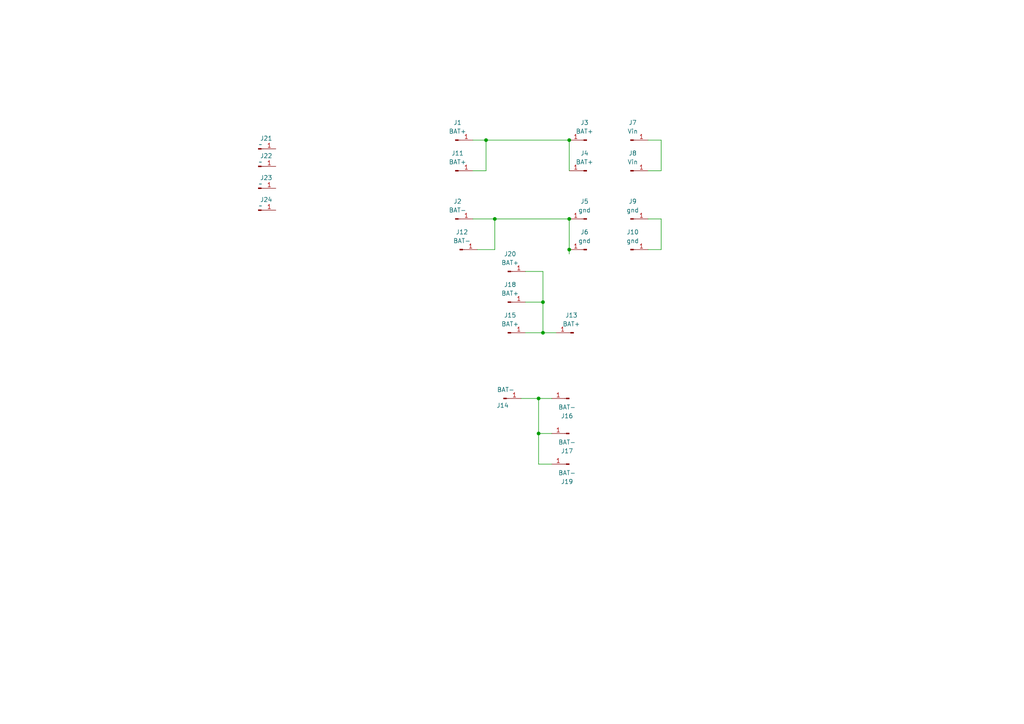
<source format=kicad_sch>
(kicad_sch (version 20250114) (generator "eeschema") (generator_version "9.0")
  (paper "A4")
  (lib_symbols
    (symbol "Connector:Conn_01x01_Pin" (pin_names (offset 1.016) (hide yes))
      (property "Reference" "J" (at 0 2.54 0))
      (property "Value" "Conn_01x01_Pin" (at 0 -2.54 0))
      (symbol "Conn_01x01_Pin_1_1"
        (rectangle (start 0.8636 0.127) (end 0 -0.127) (stroke (width 0.1524)) (fill (type outline)))
        (polyline (pts (xy 1.27 0) (xy 0.8636 0)) (stroke (width 0.1524)))
        (pin passive line (at 5.08 0 180) (length 3.81) (name "Pin_1") (number "1"))
      )
    )
  )
  (junction (at 156.21 115.57))
  (junction (at 165.1 40.64))
  (junction (at 165.1 72.39))
  (junction (at 157.48 87.63))
  (junction (at 143.51 63.5))
  (junction (at 157.48 96.52))
  (junction (at 156.21 125.73))
  (junction (at 165.1 63.5))
  (junction (at 140.97 40.64))
  (wire (pts (xy 138.43 72.39) (xy 143.51 72.39)))
  (wire (pts (xy 187.96 40.64) (xy 191.77 40.64)))
  (wire (pts (xy 152.4 87.63) (xy 157.48 87.63)))
  (wire (pts (xy 140.97 40.64) (xy 165.1 40.64)))
  (wire (pts (xy 191.77 40.64) (xy 191.77 49.53)))
  (wire (pts (xy 137.16 49.53) (xy 140.97 49.53)))
  (wire (pts (xy 143.51 63.5) (xy 165.1 63.5)))
  (wire (pts (xy 187.96 63.5) (xy 191.77 63.5)))
  (wire (pts (xy 156.21 125.73) (xy 156.21 115.57)))
  (wire (pts (xy 187.96 49.53) (xy 191.77 49.53)))
  (wire (pts (xy 143.51 72.39) (xy 143.51 63.5)))
  (wire (pts (xy 140.97 49.53) (xy 140.97 40.64)))
  (wire (pts (xy 165.1 63.5) (xy 165.1 72.39)))
  (wire (pts (xy 165.1 72.39) (xy 165.1 73.66)))
  (wire (pts (xy 165.1 40.64) (xy 165.1 49.53)))
  (wire (pts (xy 157.48 78.74) (xy 157.48 87.63)))
  (wire (pts (xy 157.48 87.63) (xy 157.48 96.52)))
  (wire (pts (xy 152.4 96.52) (xy 157.48 96.52)))
  (wire (pts (xy 151.13 115.57) (xy 156.21 115.57)))
  (wire (pts (xy 156.21 134.62) (xy 156.21 125.73)))
  (wire (pts (xy 137.16 63.5) (xy 143.51 63.5)))
  (wire (pts (xy 160.02 125.73) (xy 156.21 125.73)))
  (wire (pts (xy 160.02 134.62) (xy 156.21 134.62)))
  (wire (pts (xy 187.96 72.39) (xy 191.77 72.39)))
  (wire (pts (xy 152.4 78.74) (xy 157.48 78.74)))
  (wire (pts (xy 157.48 96.52) (xy 161.29 96.52)))
  (wire (pts (xy 191.77 63.5) (xy 191.77 72.39)))
  (wire (pts (xy 137.16 40.64) (xy 140.97 40.64)))
  (wire (pts (xy 156.21 115.57) (xy 160.02 115.57)))
  (symbol (lib_id "Connector:Conn_01x01_Pin") (at 165.1 115.57 180) (unit 1)
    (property "Reference" "J16" (at 164.465 120.65 0))
    (property "Value" "BAT-" (at 164.465 118.11 0))
    (property "Footprint" "Connector_Wire:SolderWire-0.25sqmm_1x01_D0.65mm_OD1.7mm" (effects (hide yes)))
    (property "Description" "Generic connector, single row, 01x01, script generated" (effects (hide yes)))
  )
  (symbol (lib_id "Connector:Conn_01x01_Pin") (at 170.18 63.5 180) (unit 1)
    (property "Reference" "J5" (at 169.545 58.42 0))
    (property "Value" "gnd" (at 169.545 60.96 0))
    (property "Footprint" "Connector_Wire:SolderWire-0.25sqmm_1x01_D0.65mm_OD1.7mm" (effects (hide yes)))
    (property "Description" "Generic connector, single row, 01x01, script generated" (effects (hide yes)))
  )
  (symbol (lib_id "Connector:Conn_01x01_Pin") (at 74.93 48.26 0) (unit 1)
    (property "Reference" "J22" (at 77.216 45.212 0))
    (property "Value" "~" (at 75.565 46.99 0))
    (property "Footprint" "Connector_Wire:SolderWire-0.25sqmm_1x01_D0.65mm_OD1.7mm" (effects (hide yes)))
    (property "Description" "Generic connector, single row, 01x01, script generated" (effects (hide yes)))
  )
  (symbol (lib_id "Connector:Conn_01x01_Pin") (at 147.32 78.74 0) (unit 1)
    (property "Reference" "J20" (at 147.955 73.66 0))
    (property "Value" "BAT+" (at 147.955 76.2 0))
    (property "Footprint" "Connector_Wire:SolderWire-0.25sqmm_1x01_D0.65mm_OD1.7mm" (effects (hide yes)))
    (property "Description" "Generic connector, single row, 01x01, script generated" (effects (hide yes)))
  )
  (symbol (lib_id "Connector:Conn_01x01_Pin") (at 132.08 40.64 0) (unit 1)
    (property "Reference" "J1" (at 132.715 35.56 0))
    (property "Value" "BAT+" (at 132.715 38.1 0))
    (property "Footprint" "Connector_Wire:SolderWire-0.25sqmm_1x01_D0.65mm_OD1.7mm" (effects (hide yes)))
    (property "Description" "Generic connector, single row, 01x01, script generated" (effects (hide yes)))
  )
  (symbol (lib_id "Connector:Conn_01x01_Pin") (at 166.37 96.52 180) (unit 1)
    (property "Reference" "J13" (at 165.735 91.44 0))
    (property "Value" "BAT+" (at 165.735 93.98 0))
    (property "Footprint" "Connector_Wire:SolderWire-0.25sqmm_1x01_D0.65mm_OD1.7mm" (effects (hide yes)))
    (property "Description" "Generic connector, single row, 01x01, script generated" (effects (hide yes)))
  )
  (symbol (lib_id "Connector:Conn_01x01_Pin") (at 170.18 40.64 180) (unit 1)
    (property "Reference" "J3" (at 169.545 35.56 0))
    (property "Value" "BAT+" (at 169.545 38.1 0))
    (property "Footprint" "Connector_Wire:SolderWire-0.25sqmm_1x01_D0.65mm_OD1.7mm" (effects (hide yes)))
    (property "Description" "Generic connector, single row, 01x01, script generated" (effects (hide yes)))
  )
  (symbol (lib_id "Connector:Conn_01x01_Pin") (at 133.35 72.39 0) (unit 1)
    (property "Reference" "J12" (at 133.985 67.31 0))
    (property "Value" "BAT-" (at 133.985 69.85 0))
    (property "Footprint" "Connector_Wire:SolderWire-0.25sqmm_1x01_D0.65mm_OD1.7mm" (effects (hide yes)))
    (property "Description" "Generic connector, single row, 01x01, script generated" (effects (hide yes)))
  )
  (symbol (lib_id "Connector:Conn_01x01_Pin") (at 170.18 49.53 180) (unit 1)
    (property "Reference" "J4" (at 169.545 44.45 0))
    (property "Value" "BAT+" (at 169.545 46.99 0))
    (property "Footprint" "Connector_Wire:SolderWire-0.25sqmm_1x01_D0.65mm_OD1.7mm" (effects (hide yes)))
    (property "Description" "Generic connector, single row, 01x01, script generated" (effects (hide yes)))
  )
  (symbol (lib_id "Connector:Conn_01x01_Pin") (at 147.32 87.63 0) (unit 1)
    (property "Reference" "J18" (at 147.955 82.55 0))
    (property "Value" "BAT+" (at 147.955 85.09 0))
    (property "Footprint" "Connector_Wire:SolderWire-0.25sqmm_1x01_D0.65mm_OD1.7mm" (effects (hide yes)))
    (property "Description" "Generic connector, single row, 01x01, script generated" (effects (hide yes)))
  )
  (symbol (lib_id "Connector:Conn_01x01_Pin") (at 132.08 63.5 0) (unit 1)
    (property "Reference" "J2" (at 132.715 58.42 0))
    (property "Value" "BAT-" (at 132.715 60.96 0))
    (property "Footprint" "Connector_Wire:SolderWire-0.25sqmm_1x01_D0.65mm_OD1.7mm" (effects (hide yes)))
    (property "Description" "Generic connector, single row, 01x01, script generated" (effects (hide yes)))
  )
  (symbol (lib_id "Connector:Conn_01x01_Pin") (at 132.08 49.53 0) (unit 1)
    (property "Reference" "J11" (at 132.715 44.45 0))
    (property "Value" "BAT+" (at 132.715 46.99 0))
    (property "Footprint" "Connector_Wire:SolderWire-0.25sqmm_1x01_D0.65mm_OD1.7mm" (effects (hide yes)))
    (property "Description" "Generic connector, single row, 01x01, script generated" (effects (hide yes)))
  )
  (symbol (lib_id "Connector:Conn_01x01_Pin") (at 146.05 115.57 0) (unit 1)
    (property "Reference" "J14" (at 145.796 117.602 0))
    (property "Value" "BAT-" (at 146.685 113.03 0))
    (property "Footprint" "Connector_Wire:SolderWire-0.25sqmm_1x01_D0.65mm_OD1.7mm" (effects (hide yes)))
    (property "Description" "Generic connector, single row, 01x01, script generated" (effects (hide yes)))
  )
  (symbol (lib_id "Connector:Conn_01x01_Pin") (at 74.93 54.61 0) (unit 1)
    (property "Reference" "J23" (at 77.216 51.562 0))
    (property "Value" "~" (at 75.565 53.34 0))
    (property "Footprint" "Connector_Wire:SolderWire-0.25sqmm_1x01_D0.65mm_OD1.7mm" (effects (hide yes)))
    (property "Description" "Generic connector, single row, 01x01, script generated" (effects (hide yes)))
  )
  (symbol (lib_id "Connector:Conn_01x01_Pin") (at 182.88 63.5 0) (unit 1)
    (property "Reference" "J9" (at 183.515 58.42 0))
    (property "Value" "gnd" (at 183.515 60.96 0))
    (property "Footprint" "Connector_Wire:SolderWire-0.25sqmm_1x01_D0.65mm_OD1.7mm" (effects (hide yes)))
    (property "Description" "Generic connector, single row, 01x01, script generated" (effects (hide yes)))
  )
  (symbol (lib_id "Connector:Conn_01x01_Pin") (at 170.18 72.39 180) (unit 1)
    (property "Reference" "J6" (at 169.545 67.31 0))
    (property "Value" "gnd" (at 169.545 69.85 0))
    (property "Footprint" "Connector_Wire:SolderWire-0.25sqmm_1x01_D0.65mm_OD1.7mm" (effects (hide yes)))
    (property "Description" "Generic connector, single row, 01x01, script generated" (effects (hide yes)))
  )
  (symbol (lib_id "Connector:Conn_01x01_Pin") (at 165.1 125.73 180) (unit 1)
    (property "Reference" "J17" (at 164.465 130.81 0))
    (property "Value" "BAT-" (at 164.465 128.27 0))
    (property "Footprint" "Connector_Wire:SolderWire-0.25sqmm_1x01_D0.65mm_OD1.7mm" (effects (hide yes)))
    (property "Description" "Generic connector, single row, 01x01, script generated" (effects (hide yes)))
  )
  (symbol (lib_id "Connector:Conn_01x01_Pin") (at 74.93 60.96 0) (unit 1)
    (property "Reference" "J24" (at 77.216 57.912 0))
    (property "Value" "~" (at 75.565 59.69 0))
    (property "Footprint" "Connector_Wire:SolderWire-0.25sqmm_1x01_D0.65mm_OD1.7mm" (effects (hide yes)))
    (property "Description" "Generic connector, single row, 01x01, script generated" (effects (hide yes)))
  )
  (symbol (lib_id "Connector:Conn_01x01_Pin") (at 165.1 134.62 180) (unit 1)
    (property "Reference" "J19" (at 164.465 139.7 0))
    (property "Value" "BAT-" (at 164.465 137.16 0))
    (property "Footprint" "Connector_Wire:SolderWire-0.25sqmm_1x01_D0.65mm_OD1.7mm" (effects (hide yes)))
    (property "Description" "Generic connector, single row, 01x01, script generated" (effects (hide yes)))
  )
  (symbol (lib_id "Connector:Conn_01x01_Pin") (at 182.88 72.39 0) (unit 1)
    (property "Reference" "J10" (at 183.515 67.31 0))
    (property "Value" "gnd" (at 183.515 69.85 0))
    (property "Footprint" "Connector_Wire:SolderWire-0.25sqmm_1x01_D0.65mm_OD1.7mm" (effects (hide yes)))
    (property "Description" "Generic connector, single row, 01x01, script generated" (effects (hide yes)))
  )
  (symbol (lib_id "Connector:Conn_01x01_Pin") (at 182.88 40.64 0) (unit 1)
    (property "Reference" "J7" (at 183.515 35.56 0))
    (property "Value" "Vin" (at 183.515 38.1 0))
    (property "Footprint" "Connector_Wire:SolderWire-0.25sqmm_1x01_D0.65mm_OD1.7mm" (effects (hide yes)))
    (property "Description" "Generic connector, single row, 01x01, script generated" (effects (hide yes)))
  )
  (symbol (lib_id "Connector:Conn_01x01_Pin") (at 147.32 96.52 0) (unit 1)
    (property "Reference" "J15" (at 147.955 91.44 0))
    (property "Value" "BAT+" (at 147.955 93.98 0))
    (property "Footprint" "Connector_Wire:SolderWire-0.25sqmm_1x01_D0.65mm_OD1.7mm" (effects (hide yes)))
    (property "Description" "Generic connector, single row, 01x01, script generated" (effects (hide yes)))
  )
  (symbol (lib_id "Connector:Conn_01x01_Pin") (at 182.88 49.53 0) (unit 1)
    (property "Reference" "J8" (at 183.515 44.45 0))
    (property "Value" "Vin" (at 183.515 46.99 0))
    (property "Footprint" "Connector_Wire:SolderWire-0.25sqmm_1x01_D0.65mm_OD1.7mm" (effects (hide yes)))
    (property "Description" "Generic connector, single row, 01x01, script generated" (effects (hide yes)))
  )
  (symbol (lib_id "Connector:Conn_01x01_Pin") (at 74.93 43.18 0) (unit 1)
    (property "Reference" "J21" (at 77.216 40.132 0))
    (property "Value" "~" (at 75.565 41.91 0))
    (property "Footprint" "Connector_Wire:SolderWire-0.25sqmm_1x01_D0.65mm_OD1.7mm" (effects (hide yes)))
    (property "Description" "Generic connector, single row, 01x01, script generated" (effects (hide yes)))
  )
)
</source>
